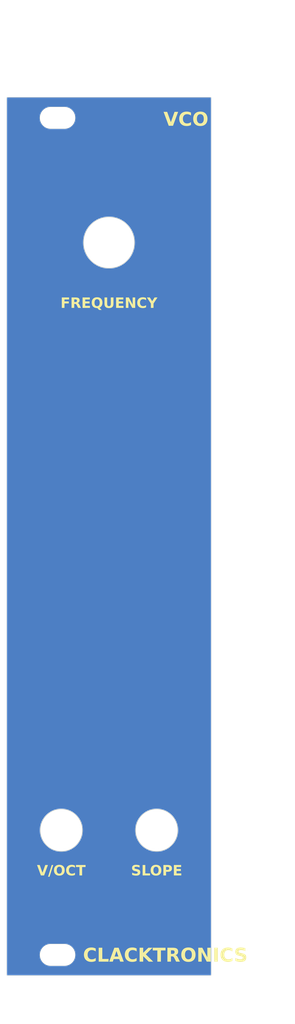
<source format=kicad_pcb>
(kicad_pcb (version 20221018) (generator pcbnew)
  (layers (0 "F.Cu" signal) (31 "B.Cu" signal) (34 "B.Paste" user) (35 "F.Paste" user) (36 "B.SilkS" user "B.Silkscreen") (37 "F.SilkS" user "F.Silkscreen") (38 "B.Mask" user) (39 "F.Mask" user) (44 "Edge.Cuts" user))
  (net 0 "")
  (gr_line (start 122.45 31.35) (end 124.45 31.35) (stroke (width 0.05)) (layer "Edge.Cuts"))
  (gr_circle (center 124 134) (end 127.1 134) (stroke (width 0.1)) (fill none) (layer "Edge.Cuts"))
  (gr_arc (start 124.45 150.65) (mid 126.05 152.25) (end 124.45 153.85) (stroke (width 0.05)) (layer "Edge.Cuts"))
  (gr_circle (center 138 134) (end 141.1 134) (stroke (width 0.1)) (fill none) (layer "Edge.Cuts"))
  (gr_line (start 124.45 150.65) (end 122.45 150.65) (stroke (width 0.05)) (layer "Edge.Cuts"))
  (gr_arc (start 122.45 31.35) (mid 120.85 29.75) (end 122.45 28.15) (stroke (width 0.05)) (layer "Edge.Cuts"))
  (gr_arc (start 124.45 28.15) (mid 126.05 29.75) (end 124.45 31.35) (stroke (width 0.05)) (layer "Edge.Cuts"))
  (gr_line (start 116 26.75) (end 146 26.75) (stroke (width 0.05)) (layer "Edge.Cuts"))
  (gr_line (start 146 155.25) (end 116 155.25) (stroke (width 0.05)) (layer "Edge.Cuts"))
  (gr_line (start 116 155.25) (end 116 26.75) (stroke (width 0.05)) (layer "Edge.Cuts"))
  (gr_line (start 122.45 153.85) (end 124.45 153.85) (stroke (width 0.05)) (layer "Edge.Cuts"))
  (gr_line (start 124.45 28.15) (end 122.45 28.15) (stroke (width 0.05)) (layer "Edge.Cuts"))
  (gr_line (start 146 26.75) (end 146 155.25) (stroke (width 0.05)) (layer "Edge.Cuts"))
  (gr_arc (start 122.45 153.85) (mid 120.85 152.25) (end 122.45 150.65) (stroke (width 0.05)) (layer "Edge.Cuts"))
  (gr_circle (center 131 48) (end 134.75 48) (stroke (width 0.1)) (fill none) (layer "Edge.Cuts"))
  (gr_text "SLOPE" (at 138 140) (layer "F.SilkS") (effects (font (size 1.5 1.5))))
  (gr_text "V/OCT" (at 124 140) (layer "F.SilkS") (effects (font (size 1.5 1.5))))
  (gr_text "FREQUENCY" (at 130.99 56.94) (layer "F.SilkS") (effects (font (size 1.5 1.5))))
  (gr_text "CLACKTRONICS" (at 127.18 153.58) (layer "F.SilkS") (effects (font (size 2 2) (thickness 0.2) bold) (justify left bottom)))
  (gr_text "VCO" (at 139 31.25) (layer "F.SilkS") (effects (font (size 2 2)) (justify left bottom)))
  (zone (net 0) (net_name "") (layer "B.Cu") (connect_pads (clearance 0.508)) (min_thickness 0.25) (fill yes (thermal_gap 0.5) (thermal_bridge_width 0.5) (island_removal_mode 1) (island_area_min 10))
    (polygon (pts (xy 115 26) (xy 115.5 155.5) (xy 146.5 155.5) (xy 146.5 26)))
  )
)
</source>
